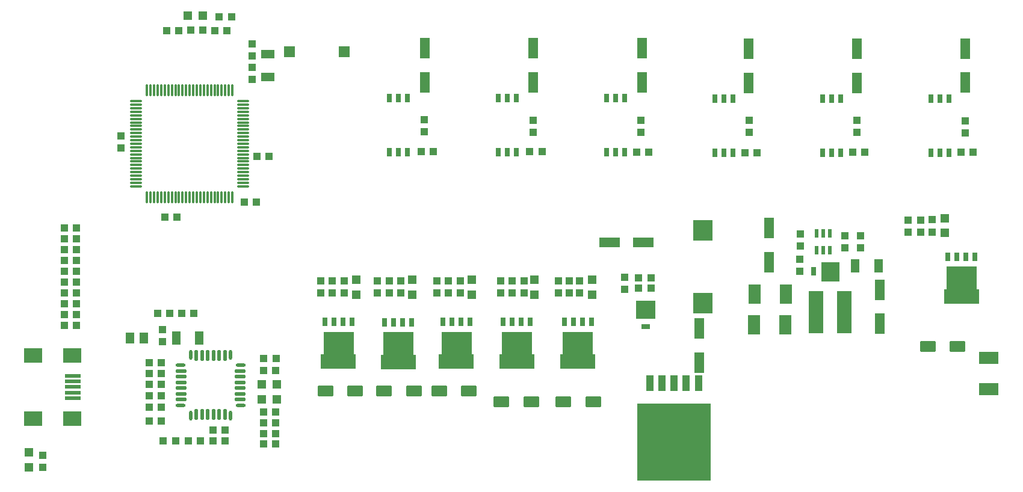
<source format=gtp>
G04 Layer_Color=8421504*
%FSLAX44Y44*%
%MOMM*%
G71*
G01*
G75*
%ADD10R,1.8000X2.7000*%
%ADD11R,2.7000X1.8000*%
%ADD12R,1.3970X2.9972*%
%ADD13R,2.9972X1.3970*%
%ADD14R,1.2700X0.7620*%
%ADD15R,2.6700X2.5400*%
%ADD16R,1.8500X1.2500*%
%ADD17R,1.2500X1.8500*%
%ADD18R,1.1000X1.0000*%
%ADD19R,0.7620X1.2700*%
%ADD20R,2.5400X2.6700*%
%ADD21O,0.3000X1.8000*%
%ADD22O,1.8000X0.3000*%
%ADD23O,0.5000X1.4000*%
%ADD24O,0.5000X1.6000*%
%ADD25O,1.4000X0.5000*%
%ADD26O,1.6000X0.5000*%
%ADD27R,0.6000X1.1500*%
%ADD28R,1.3000X1.5000*%
%ADD29R,2.0000X6.0000*%
%ADD30R,1.2000X1.2000*%
%ADD31R,0.7620X1.2700*%
%ADD32R,0.7000X1.1500*%
%ADD33R,4.2000X3.2000*%
%ADD34R,5.0000X2.0000*%
%ADD35R,1.5000X1.5000*%
%ADD36R,2.5000X2.0000*%
%ADD37R,2.3000X0.5000*%
%ADD38R,10.4100X10.8000*%
%ADD39R,1.0700X2.1600*%
%ADD40R,2.7900X2.9200*%
%ADD41R,1.2000X1.2000*%
%ADD42R,1.0000X1.1000*%
G04:AMPARAMS|DCode=43|XSize=2.2mm|YSize=1.5mm|CornerRadius=0.1875mm|HoleSize=0mm|Usage=FLASHONLY|Rotation=0.000|XOffset=0mm|YOffset=0mm|HoleType=Round|Shape=RoundedRectangle|*
%AMROUNDEDRECTD43*
21,1,2.2000,1.1250,0,0,0.0*
21,1,1.8250,1.5000,0,0,0.0*
1,1,0.3750,0.9125,-0.5625*
1,1,0.3750,-0.9125,-0.5625*
1,1,0.3750,-0.9125,0.5625*
1,1,0.3750,0.9125,0.5625*
%
%ADD43ROUNDEDRECTD43*%
D10*
X1081981Y266776D02*
D03*
X1037980D02*
D03*
X1081218Y223596D02*
D03*
X1037217D02*
D03*
D11*
X1367574Y132508D02*
D03*
Y176508D02*
D03*
D12*
X1057948Y311234D02*
D03*
Y359240D02*
D03*
X1214412Y224604D02*
D03*
Y272610D02*
D03*
X573736Y612846D02*
D03*
Y564840D02*
D03*
X726654Y564858D02*
D03*
Y612864D02*
D03*
X879562Y612610D02*
D03*
Y564604D02*
D03*
X1029676Y563842D02*
D03*
Y611848D02*
D03*
X1182076Y611594D02*
D03*
Y563588D02*
D03*
X1334222Y564096D02*
D03*
Y612102D02*
D03*
X960412Y170010D02*
D03*
Y218016D02*
D03*
D13*
X833658Y339674D02*
D03*
X881664D02*
D03*
D14*
X884470Y221116D02*
D03*
D15*
X884720Y244626D02*
D03*
D16*
X353242Y604670D02*
D03*
Y572171D02*
D03*
D17*
X224326Y205054D02*
D03*
X256826D02*
D03*
X1212120Y306654D02*
D03*
X1179620D02*
D03*
D18*
X83764Y222580D02*
D03*
X66764D02*
D03*
X83764Y253060D02*
D03*
X66764D02*
D03*
X83764Y283540D02*
D03*
X66764D02*
D03*
X83764Y314020D02*
D03*
X66764D02*
D03*
X83764Y344500D02*
D03*
X66764D02*
D03*
X210990Y637518D02*
D03*
X227990D02*
D03*
X891958Y275158D02*
D03*
X874958D02*
D03*
X874958Y289636D02*
D03*
X891958D02*
D03*
X336706Y396316D02*
D03*
X319706D02*
D03*
X354994Y460324D02*
D03*
X337994D02*
D03*
X225200Y374980D02*
D03*
X208200D02*
D03*
X186250Y87784D02*
D03*
X203250D02*
D03*
X203376Y170082D02*
D03*
X186376D02*
D03*
X276060Y75260D02*
D03*
X293060D02*
D03*
X206056Y60162D02*
D03*
X223056D02*
D03*
X293056D02*
D03*
X276056D02*
D03*
X364498Y175457D02*
D03*
X347498D02*
D03*
X295490Y637518D02*
D03*
X278490D02*
D03*
X261780Y637820D02*
D03*
X244780D02*
D03*
X198040Y239090D02*
D03*
X215040D02*
D03*
X186482Y123236D02*
D03*
X203482D02*
D03*
X186482Y139466D02*
D03*
X203482D02*
D03*
X301827Y656920D02*
D03*
X284826D02*
D03*
X364392Y158573D02*
D03*
X347392D02*
D03*
X364336Y85308D02*
D03*
X347336D02*
D03*
X364336Y100309D02*
D03*
X347336D02*
D03*
X364336Y55308D02*
D03*
X347336D02*
D03*
X364336Y70308D02*
D03*
X347336D02*
D03*
X586056Y467076D02*
D03*
X569056D02*
D03*
X738710D02*
D03*
X721710D02*
D03*
X889078Y466060D02*
D03*
X872078D02*
D03*
X1041224Y465806D02*
D03*
X1024224D02*
D03*
X1193116Y466314D02*
D03*
X1176116D02*
D03*
X83764Y268300D02*
D03*
X66764D02*
D03*
X83764Y298780D02*
D03*
X66764D02*
D03*
X83764Y329260D02*
D03*
X66764D02*
D03*
X186482Y106966D02*
D03*
X203482D02*
D03*
X186376Y155082D02*
D03*
X203376D02*
D03*
X83764Y359740D02*
D03*
X66764D02*
D03*
X1345018Y465850D02*
D03*
X1328018D02*
D03*
X258474Y60274D02*
D03*
X241474D02*
D03*
X249076Y239090D02*
D03*
X232076D02*
D03*
X83764Y237820D02*
D03*
X66764D02*
D03*
D19*
X1120798Y298268D02*
D03*
D20*
X1144308Y298018D02*
D03*
D21*
X303100Y402670D02*
D03*
X298100D02*
D03*
X293100D02*
D03*
X288100D02*
D03*
X283100D02*
D03*
X278100D02*
D03*
X273100D02*
D03*
X268100D02*
D03*
X263100D02*
D03*
X258100D02*
D03*
X253100D02*
D03*
X248100D02*
D03*
X243100D02*
D03*
X238100D02*
D03*
X233100D02*
D03*
X228100D02*
D03*
X223100D02*
D03*
X218100D02*
D03*
X213100D02*
D03*
X208100D02*
D03*
X203100D02*
D03*
X198100D02*
D03*
X193100D02*
D03*
X188100D02*
D03*
X183100D02*
D03*
Y553670D02*
D03*
X188100D02*
D03*
X193100D02*
D03*
X198100D02*
D03*
X203100D02*
D03*
X208100D02*
D03*
X213100D02*
D03*
X218100D02*
D03*
X223100D02*
D03*
X228100D02*
D03*
X233100D02*
D03*
X238100D02*
D03*
X243100D02*
D03*
X248100D02*
D03*
X253100D02*
D03*
X258100D02*
D03*
X263100D02*
D03*
X268100D02*
D03*
X273100D02*
D03*
X278100D02*
D03*
X283100D02*
D03*
X288100D02*
D03*
X293100D02*
D03*
X298100D02*
D03*
X303100D02*
D03*
D22*
X167600Y418170D02*
D03*
Y423171D02*
D03*
Y428170D02*
D03*
Y433171D02*
D03*
Y438170D02*
D03*
Y443171D02*
D03*
Y448170D02*
D03*
Y453171D02*
D03*
Y458170D02*
D03*
Y463171D02*
D03*
Y468170D02*
D03*
Y473171D02*
D03*
Y478170D02*
D03*
Y483171D02*
D03*
Y488170D02*
D03*
Y493171D02*
D03*
Y498170D02*
D03*
Y503170D02*
D03*
Y508170D02*
D03*
Y513170D02*
D03*
Y518170D02*
D03*
Y523170D02*
D03*
Y528170D02*
D03*
Y533170D02*
D03*
Y538170D02*
D03*
X318600D02*
D03*
Y533170D02*
D03*
Y528170D02*
D03*
Y523170D02*
D03*
Y518170D02*
D03*
Y513170D02*
D03*
Y508170D02*
D03*
Y503170D02*
D03*
Y498170D02*
D03*
Y493171D02*
D03*
Y488170D02*
D03*
Y483171D02*
D03*
Y478170D02*
D03*
Y473171D02*
D03*
Y468170D02*
D03*
Y463171D02*
D03*
Y458170D02*
D03*
Y453171D02*
D03*
Y448170D02*
D03*
Y443171D02*
D03*
Y438170D02*
D03*
Y433171D02*
D03*
Y428170D02*
D03*
Y423171D02*
D03*
Y418170D02*
D03*
D23*
X244482Y95737D02*
D03*
X300482D02*
D03*
Y180736D02*
D03*
X244482D02*
D03*
D24*
X252482Y96736D02*
D03*
X260482D02*
D03*
X268482D02*
D03*
X276482D02*
D03*
X284482D02*
D03*
X292482D02*
D03*
Y179736D02*
D03*
X284482D02*
D03*
X276482D02*
D03*
X268482D02*
D03*
X260482D02*
D03*
X252482D02*
D03*
D25*
X314982Y110237D02*
D03*
Y166236D02*
D03*
X229982D02*
D03*
Y110237D02*
D03*
D26*
X313982Y118237D02*
D03*
Y126236D02*
D03*
Y134236D02*
D03*
Y142236D02*
D03*
Y150236D02*
D03*
Y158236D02*
D03*
X230982D02*
D03*
Y150236D02*
D03*
Y142236D02*
D03*
Y134236D02*
D03*
Y126236D02*
D03*
Y118237D02*
D03*
D27*
X1143902Y328436D02*
D03*
Y352186D02*
D03*
X1134402D02*
D03*
X1124902D02*
D03*
Y328686D02*
D03*
X1134402Y328436D02*
D03*
D28*
X159194Y205054D02*
D03*
X178194D02*
D03*
D29*
X1124242Y241122D02*
D03*
X1164242D02*
D03*
D30*
X365892Y139656D02*
D03*
X344891D02*
D03*
X261831Y658444D02*
D03*
X240830D02*
D03*
X365892Y118572D02*
D03*
X344891D02*
D03*
D31*
X1311680Y542036D02*
D03*
X1298980D02*
D03*
X1286280D02*
D03*
X1311680Y465836D02*
D03*
X1298980D02*
D03*
X1286280D02*
D03*
X981760D02*
D03*
X994460D02*
D03*
X1007160D02*
D03*
X981760Y542036D02*
D03*
X994460D02*
D03*
X1007160D02*
D03*
X1159420D02*
D03*
X1146720D02*
D03*
X1134020D02*
D03*
X1159420Y465836D02*
D03*
X1146720D02*
D03*
X1134020D02*
D03*
X524007Y466580D02*
D03*
X536707D02*
D03*
X549408D02*
D03*
X524007Y542780D02*
D03*
X536707D02*
D03*
X549408D02*
D03*
X702456D02*
D03*
X689756D02*
D03*
X677056D02*
D03*
X702456Y466580D02*
D03*
X689756D02*
D03*
X677056D02*
D03*
X829596D02*
D03*
X842296D02*
D03*
X854996D02*
D03*
X829596Y542780D02*
D03*
X842296D02*
D03*
X854996D02*
D03*
D32*
X637591Y227274D02*
D03*
X624891D02*
D03*
X612191D02*
D03*
X599491D02*
D03*
X808266D02*
D03*
X795566D02*
D03*
X782866D02*
D03*
X770166D02*
D03*
X471742D02*
D03*
X459042D02*
D03*
X446342D02*
D03*
X433642D02*
D03*
X722421D02*
D03*
X709721D02*
D03*
X697021D02*
D03*
X684321D02*
D03*
X555790Y226644D02*
D03*
X543090D02*
D03*
X530390D02*
D03*
X517690D02*
D03*
X1348270Y319354D02*
D03*
X1335570D02*
D03*
X1322870D02*
D03*
X1310170D02*
D03*
D33*
X618541Y197274D02*
D03*
X789216D02*
D03*
X452692D02*
D03*
X703371D02*
D03*
X536740Y196644D02*
D03*
X1329220Y289354D02*
D03*
D34*
X618287Y171394D02*
D03*
X788962D02*
D03*
X452438D02*
D03*
X703117D02*
D03*
X536486Y170764D02*
D03*
X1328966Y263474D02*
D03*
D35*
X460432Y607898D02*
D03*
X383432D02*
D03*
D36*
X23018Y91212D02*
D03*
Y180212D02*
D03*
X78018D02*
D03*
Y91212D02*
D03*
D37*
X79018Y151712D02*
D03*
Y143713D02*
D03*
Y135713D02*
D03*
Y127713D02*
D03*
Y119713D02*
D03*
D38*
X924860Y58412D02*
D03*
D39*
X890860Y140736D02*
D03*
X907860D02*
D03*
X924860D02*
D03*
X941860D02*
D03*
X958860D02*
D03*
D40*
X964984Y356468D02*
D03*
Y253568D02*
D03*
D41*
X809790Y286588D02*
D03*
Y265588D02*
D03*
X727782Y286589D02*
D03*
Y265588D02*
D03*
X639896Y286589D02*
D03*
Y265588D02*
D03*
X477558Y286588D02*
D03*
Y265588D02*
D03*
X556581Y286588D02*
D03*
Y265588D02*
D03*
X1305598Y373456D02*
D03*
Y352455D02*
D03*
X17056Y43942D02*
D03*
Y22941D02*
D03*
D42*
X777024Y267928D02*
D03*
Y284928D02*
D03*
X792010D02*
D03*
Y267928D02*
D03*
X762292D02*
D03*
Y284928D02*
D03*
X713523D02*
D03*
Y267928D02*
D03*
X697013D02*
D03*
Y284928D02*
D03*
X680504Y267928D02*
D03*
Y284928D02*
D03*
X623858D02*
D03*
Y267928D02*
D03*
X607349D02*
D03*
Y284928D02*
D03*
X590840Y267928D02*
D03*
Y284928D02*
D03*
X540290D02*
D03*
Y267928D02*
D03*
X523780D02*
D03*
Y284929D02*
D03*
X507271Y267928D02*
D03*
Y284928D02*
D03*
X460531Y284928D02*
D03*
Y267929D02*
D03*
X444022Y267928D02*
D03*
Y284929D02*
D03*
X427512Y267928D02*
D03*
Y284929D02*
D03*
X855002Y290262D02*
D03*
Y273262D02*
D03*
X1101890Y298408D02*
D03*
Y315408D02*
D03*
X146850Y471890D02*
D03*
Y488890D02*
D03*
X331254Y618685D02*
D03*
Y601684D02*
D03*
X1164882Y331936D02*
D03*
Y348936D02*
D03*
X36360Y22310D02*
D03*
Y39311D02*
D03*
X1187234Y331936D02*
D03*
Y348936D02*
D03*
X1102398Y350968D02*
D03*
Y333968D02*
D03*
X331318Y568790D02*
D03*
Y585790D02*
D03*
X205016Y216348D02*
D03*
Y199348D02*
D03*
X572730Y494644D02*
D03*
Y511644D02*
D03*
X726146Y493882D02*
D03*
Y510882D02*
D03*
X877784Y493882D02*
D03*
Y510882D02*
D03*
X1029930Y493882D02*
D03*
Y510882D02*
D03*
X1182206Y494124D02*
D03*
Y511124D02*
D03*
X1254036Y353922D02*
D03*
Y370922D02*
D03*
X1287564Y371035D02*
D03*
Y354035D02*
D03*
X1271562Y353922D02*
D03*
Y370922D02*
D03*
X1334466Y493322D02*
D03*
Y510322D02*
D03*
D43*
X1281500Y192540D02*
D03*
X1323500D02*
D03*
X594000Y130000D02*
D03*
X636000D02*
D03*
X434000D02*
D03*
X476000D02*
D03*
X769000Y115000D02*
D03*
X811000D02*
D03*
X516500Y130000D02*
D03*
X558500D02*
D03*
X681500Y115000D02*
D03*
X723500D02*
D03*
M02*

</source>
